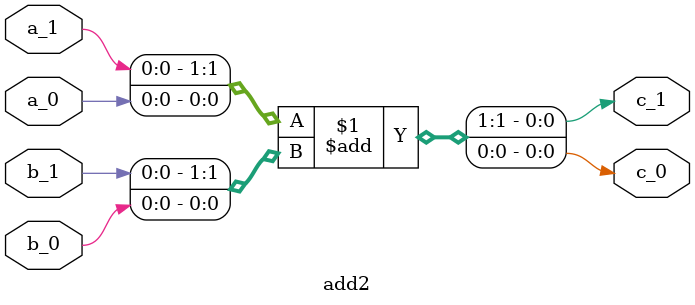
<source format=v>
/* Generated by Yosys 0.16+41 (git sha1 29c0a5958, clang 11.0.1-2 -fPIC -Os) */

(* top =  1  *)
(* src = "tests/add2.v:1.1-14.10" *)
module add2(a_0, a_1, b_0, b_1, c_0, c_1);
  (* src = "tests/add2.v:2.9-2.12" *)
  input a_0;
  wire a_0;
  (* src = "tests/add2.v:3.9-3.12" *)
  input a_1;
  wire a_1;
  (* src = "tests/add2.v:4.9-4.12" *)
  input b_0;
  wire b_0;
  (* src = "tests/add2.v:5.9-5.12" *)
  input b_1;
  wire b_1;
  (* src = "tests/add2.v:6.10-6.13" *)
  output c_0;
  wire c_0;
  (* src = "tests/add2.v:7.10-7.13" *)
  output c_1;
  wire c_1;
  assign { c_1, c_0 } = { a_1, a_0 } + (* src = "tests/add2.v:11.16-11.39" *) { b_1, b_0 };
endmodule

</source>
